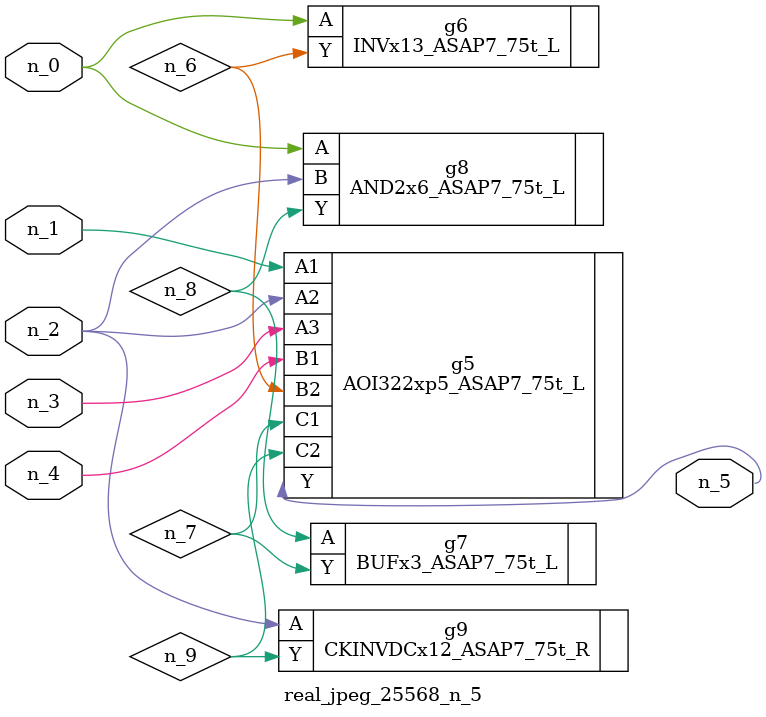
<source format=v>
module real_jpeg_25568_n_5 (n_4, n_0, n_1, n_2, n_3, n_5);

input n_4;
input n_0;
input n_1;
input n_2;
input n_3;

output n_5;

wire n_8;
wire n_6;
wire n_7;
wire n_9;

INVx13_ASAP7_75t_L g6 ( 
.A(n_0),
.Y(n_6)
);

AND2x6_ASAP7_75t_L g8 ( 
.A(n_0),
.B(n_2),
.Y(n_8)
);

AOI322xp5_ASAP7_75t_L g5 ( 
.A1(n_1),
.A2(n_2),
.A3(n_3),
.B1(n_4),
.B2(n_6),
.C1(n_7),
.C2(n_9),
.Y(n_5)
);

CKINVDCx12_ASAP7_75t_R g9 ( 
.A(n_2),
.Y(n_9)
);

BUFx3_ASAP7_75t_L g7 ( 
.A(n_8),
.Y(n_7)
);


endmodule
</source>
